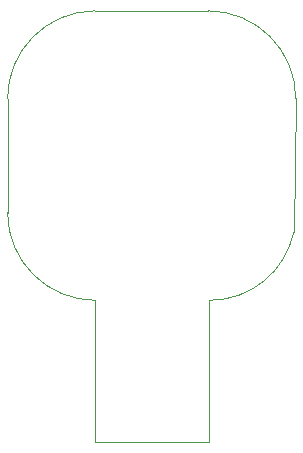
<source format=gbr>
G04 #@! TF.GenerationSoftware,KiCad,Pcbnew,(5.1.5)-3*
G04 #@! TF.CreationDate,2021-08-20T07:44:17+02:00*
G04 #@! TF.ProjectId,nRF52832_qfaa,6e524635-3238-4333-925f-716661612e6b,rev?*
G04 #@! TF.SameCoordinates,Original*
G04 #@! TF.FileFunction,Profile,NP*
%FSLAX46Y46*%
G04 Gerber Fmt 4.6, Leading zero omitted, Abs format (unit mm)*
G04 Created by KiCad (PCBNEW (5.1.5)-3) date 2021-08-20 07:44:17*
%MOMM*%
%LPD*%
G04 APERTURE LIST*
%ADD10C,0.050000*%
G04 APERTURE END LIST*
D10*
X141909800Y-118186243D02*
X141909800Y-130175000D01*
X151511000Y-118186200D02*
X151511000Y-130175000D01*
X151511000Y-118186200D02*
X151617647Y-118186200D01*
X141909800Y-130175000D02*
X151511000Y-130175000D01*
X158701931Y-112409198D02*
G75*
G02X151617647Y-118186200I-7109684J1486343D01*
G01*
X158877000Y-101092000D02*
X158701931Y-112409198D01*
X141884443Y-93675200D02*
X151434800Y-93675200D01*
X134467600Y-101117400D02*
X134467600Y-110769400D01*
X141909800Y-118186243D02*
G75*
G02X134467600Y-110769400I0J7442243D01*
G01*
X134467600Y-101117400D02*
G75*
G02X141884443Y-93675200I7442243J0D01*
G01*
X151434800Y-93675200D02*
G75*
G02X158877000Y-101092043I0J-7442243D01*
G01*
M02*

</source>
